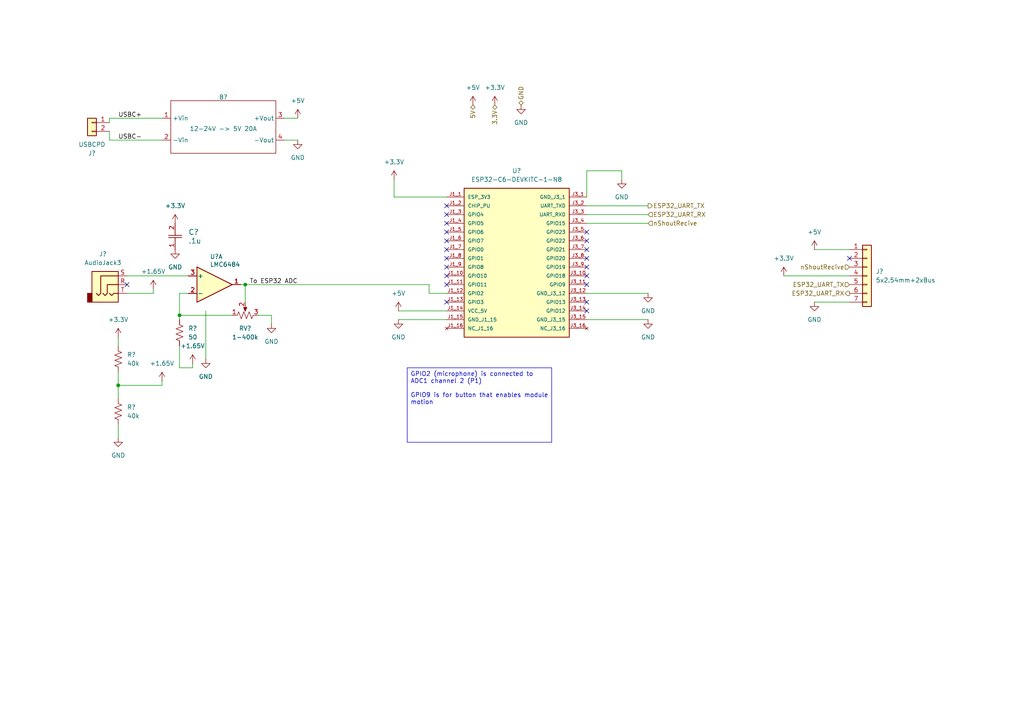
<source format=kicad_sch>
(kicad_sch (version 20250114) (generator "eeschema") (generator_version "9.0")
  (paper "A4")
  (title_block (title "Control Board") (date "2025-11-21") (rev "1") (company "WPI") (comment 1 "ECE 2799 T1") (comment 2 "Rev 1: AAC"))
  (lib_symbols
    (symbol "Amplifier_Operational:LMC6484" (pin_names (offset 0.127))
      (property "Reference" "U" (at 0 5.08 0))
      (property "Value" "LMC6484" (at 0 -5.08 0))
      (symbol "LMC6484_1_1"
        (polyline (pts (xy -5.08 5.08) (xy 5.08 0) (xy -5.08 -5.08) (xy -5.08 5.08)) (stroke (width 0.254)) (fill (type background)))
        (pin input line (at -7.62 2.54 0) (length 2.54) (name "+") (number "3"))
        (pin input line (at -7.62 -2.54 0) (length 2.54) (name "-") (number "2"))
        (pin output line (at 7.62 0 180) (length 2.54) (name "~") (number "1"))
      )
      (symbol "LMC6484_2_1"
        (polyline (pts (xy -5.08 5.08) (xy 5.08 0) (xy -5.08 -5.08) (xy -5.08 5.08)) (stroke (width 0.254)) (fill (type background)))
        (pin input line (at -7.62 2.54 0) (length 2.54) (name "+") (number "5"))
        (pin input line (at -7.62 -2.54 0) (length 2.54) (name "-") (number "6"))
        (pin output line (at 7.62 0 180) (length 2.54) (name "~") (number "7"))
      )
      (symbol "LMC6484_3_1"
        (polyline (pts (xy -5.08 5.08) (xy 5.08 0) (xy -5.08 -5.08) (xy -5.08 5.08)) (stroke (width 0.254)) (fill (type background)))
        (pin input line (at -7.62 2.54 0) (length 2.54) (name "+") (number "10"))
        (pin input line (at -7.62 -2.54 0) (length 2.54) (name "-") (number "9"))
        (pin output line (at 7.62 0 180) (length 2.54) (name "~") (number "8"))
      )
      (symbol "LMC6484_4_1"
        (polyline (pts (xy -5.08 5.08) (xy 5.08 0) (xy -5.08 -5.08) (xy -5.08 5.08)) (stroke (width 0.254)) (fill (type background)))
        (pin input line (at -7.62 2.54 0) (length 2.54) (name "+") (number "12"))
        (pin input line (at -7.62 -2.54 0) (length 2.54) (name "-") (number "13"))
        (pin output line (at 7.62 0 180) (length 2.54) (name "~") (number "14"))
      )
      (symbol "LMC6484_5_1"
        (pin power_in line (at -2.54 7.62 270) (length 3.81) (name "V+") (number "4"))
        (pin power_in line (at -2.54 -7.62 90) (length 3.81) (name "V-") (number "11"))
      )
    )
    (symbol "Connector_Audio:AudioJack3"
      (property "Reference" "J" (at 0 8.89 0))
      (property "Value" "AudioJack3" (at 0 6.35 0))
      (symbol "AudioJack3_0_1"
        (rectangle (start -5.08 -5.08) (end -6.35 -2.54) (stroke (width 0.254)) (fill (type outline)))
        (polyline (pts (xy -1.905 -2.54) (xy -1.27 -3.175) (xy -0.635 -2.54) (xy -0.635 0) (xy 2.54 0)) (stroke (width 0.254)))
        (polyline (pts (xy 0 -2.54) (xy 0.635 -3.175) (xy 1.27 -2.54) (xy 2.54 -2.54)) (stroke (width 0.254)))
        (rectangle (start 2.54 3.81) (end -5.08 -5.08) (stroke (width 0.254)) (fill (type background)))
        (polyline (pts (xy 2.54 2.54) (xy -2.54 2.54) (xy -2.54 -2.54) (xy -3.175 -3.175) (xy -3.81 -2.54)) (stroke (width 0.254)))
      )
      (symbol "AudioJack3_1_1"
        (pin passive line (at 5.08 2.54 180) (length 2.54) (name "~") (number "S"))
        (pin passive line (at 5.08 0 180) (length 2.54) (name "~") (number "R"))
        (pin passive line (at 5.08 -2.54 180) (length 2.54) (name "~") (number "T"))
      )
    )
    (symbol "Connector_Generic:Conn_01x02" (pin_names (offset 1.016) (hide yes))
      (property "Reference" "J" (at 0 2.54 0))
      (property "Value" "Conn_01x02" (at 0 -5.08 0))
      (symbol "Conn_01x02_1_1"
        (rectangle (start -1.27 1.27) (end 1.27 -3.81) (stroke (width 0.254)) (fill (type background)))
        (rectangle (start -1.27 0.127) (end 0 -0.127) (stroke (width 0.1524)))
        (rectangle (start -1.27 -2.413) (end 0 -2.667) (stroke (width 0.1524)))
        (pin passive line (at -5.08 0 0) (length 3.81) (name "Pin_1") (number "1"))
        (pin passive line (at -5.08 -2.54 0) (length 3.81) (name "Pin_2") (number "2"))
      )
    )
    (symbol "Connector_Generic:Conn_01x07" (pin_names (offset 1.016) (hide yes))
      (property "Reference" "J" (at 0 10.16 0))
      (property "Value" "Conn_01x07" (at 0 -10.16 0))
      (symbol "Conn_01x07_1_1"
        (rectangle (start -1.27 8.89) (end 1.27 -8.89) (stroke (width 0.254)) (fill (type background)))
        (rectangle (start -1.27 7.747) (end 0 7.493) (stroke (width 0.1524)))
        (rectangle (start -1.27 5.207) (end 0 4.953) (stroke (width 0.1524)))
        (rectangle (start -1.27 2.667) (end 0 2.413) (stroke (width 0.1524)))
        (rectangle (start -1.27 0.127) (end 0 -0.127) (stroke (width 0.1524)))
        (rectangle (start -1.27 -2.413) (end 0 -2.667) (stroke (width 0.1524)))
        (rectangle (start -1.27 -4.953) (end 0 -5.207) (stroke (width 0.1524)))
        (rectangle (start -1.27 -7.493) (end 0 -7.747) (stroke (width 0.1524)))
        (pin passive line (at -5.08 7.62 0) (length 3.81) (name "Pin_1") (number "1"))
        (pin passive line (at -5.08 5.08 0) (length 3.81) (name "Pin_2") (number "2"))
        (pin passive line (at -5.08 2.54 0) (length 3.81) (name "Pin_3") (number "3"))
        (pin passive line (at -5.08 0 0) (length 3.81) (name "Pin_4") (number "4"))
        (pin passive line (at -5.08 -2.54 0) (length 3.81) (name "Pin_5") (number "5"))
        (pin passive line (at -5.08 -5.08 0) (length 3.81) (name "Pin_6") (number "6"))
        (pin passive line (at -5.08 -7.62 0) (length 3.81) (name "Pin_7") (number "7"))
      )
    )
    (symbol "Device:R_Potentiometer_US" (pin_names (offset 1.016) (hide yes))
      (property "Reference" "RV" (at -4.445 0 90))
      (property "Value" "R_Potentiometer_US" (at -2.54 0 90))
      (symbol "R_Potentiometer_US_0_1"
        (polyline (pts (xy 0 2.54) (xy 0 2.286)))
        (polyline (pts (xy 0 2.286) (xy 1.016 1.905) (xy 0 1.524) (xy -1.016 1.143) (xy 0 0.762)))
        (polyline (pts (xy 0 0.762) (xy 1.016 0.381) (xy 0 0) (xy -1.016 -0.381) (xy 0 -0.762)))
        (polyline (pts (xy 0 -0.762) (xy 1.016 -1.143) (xy 0 -1.524) (xy -1.016 -1.905) (xy 0 -2.286)))
        (polyline (pts (xy 0 -2.286) (xy 0 -2.54)))
        (polyline (pts (xy 1.143 0) (xy 2.286 0.508) (xy 2.286 -0.508) (xy 1.143 0)) (fill (type outline)))
        (polyline (pts (xy 2.54 0) (xy 1.524 0)))
      )
      (symbol "R_Potentiometer_US_1_1"
        (pin passive line (at 0 3.81 270) (length 1.27) (name "1") (number "1"))
        (pin passive line (at 0 -3.81 90) (length 1.27) (name "3") (number "3"))
        (pin passive line (at 3.81 0 180) (length 1.27) (name "2") (number "2"))
      )
    )
    (symbol "Device:R_US" (pin_numbers (hide yes)) (pin_names (offset 0))
      (property "Reference" "R" (at 2.54 0 90))
      (property "Value" "R_US" (at -2.54 0 90))
      (symbol "R_US_0_1"
        (polyline (pts (xy 0 2.286) (xy 0 2.54)))
        (polyline (pts (xy 0 2.286) (xy 1.016 1.905) (xy 0 1.524) (xy -1.016 1.143) (xy 0 0.762)))
        (polyline (pts (xy 0 0.762) (xy 1.016 0.381) (xy 0 0) (xy -1.016 -0.381) (xy 0 -0.762)))
        (polyline (pts (xy 0 -0.762) (xy 1.016 -1.143) (xy 0 -1.524) (xy -1.016 -1.905) (xy 0 -2.286)))
        (polyline (pts (xy 0 -2.286) (xy 0 -2.54)))
      )
      (symbol "R_US_1_1"
        (pin passive line (at 0 3.81 270) (length 1.27) (name "~") (number "1"))
        (pin passive line (at 0 -3.81 90) (length 1.27) (name "~") (number "2"))
      )
    )
    (symbol "power:+3.3V" (power) (pin_numbers (hide yes)) (pin_names (offset 0) (hide yes))
      (property "Value" "+3.3V" (at 0 3.556 0))
      (symbol "+3.3V_0_1"
        (polyline (pts (xy -0.762 1.27) (xy 0 2.54)))
        (polyline (pts (xy 0 2.54) (xy 0.762 1.27)))
        (polyline (pts (xy 0 0) (xy 0 2.54)))
      )
      (symbol "+3.3V_1_1"
        (pin power_in line (at 0 0 90) (length 0) (name "~") (number "1"))
      )
    )
    (symbol "power:+5V" (power) (pin_numbers (hide yes)) (pin_names (offset 0) (hide yes))
      (property "Value" "+5V" (at 0 3.556 0))
      (symbol "+5V_0_1"
        (polyline (pts (xy -0.762 1.27) (xy 0 2.54)))
        (polyline (pts (xy 0 2.54) (xy 0.762 1.27)))
        (polyline (pts (xy 0 0) (xy 0 2.54)))
      )
      (symbol "+5V_1_1"
        (pin power_in line (at 0 0 90) (length 0) (name "~") (number "1"))
      )
    )
    (symbol "power:GND" (power) (pin_numbers (hide yes)) (pin_names (offset 0) (hide yes))
      (property "Value" "GND" (at 0 -3.81 0))
      (symbol "GND_0_1"
        (polyline (pts (xy 0 0) (xy 0 -1.27) (xy 1.27 -1.27) (xy 0 -2.54) (xy -1.27 -1.27) (xy 0 -1.27)))
      )
      (symbol "GND_1_1"
        (pin power_in line (at 0 0 270) (length 0) (name "~") (number "1"))
      )
    )
    (symbol "roseActuatorLibrary:Buck"
      (property "Reference" "B" (at 0 0 0))
      (symbol "Buck_0_1"
        (rectangle (start -15.24 7.62) (end 15.24 -7.62))
      )
      (symbol "Buck_1_1"
        (pin input line (at -17.78 2.54 0) (length 2.54) (name "+Vin") (number "1"))
        (pin input line (at -17.78 -3.81 0) (length 2.54) (name "-Vin") (number "2"))
        (pin input line (at 17.78 2.54 180) (length 2.54) (name "+Vout") (number "3"))
        (pin input line (at 17.78 -3.81 180) (length 2.54) (name "-Vout") (number "4"))
      )
    )
    (symbol "roseActuatorLibrary:C0805C104J5RACTU" (pin_names (offset 0.254))
      (property "Reference" "C" (at 3.81 3.81 0))
      (property "Value" "C0805C104J5RACTU" (at 3.81 -3.81 0))
      (symbol "C0805C104J5RACTU_1_1"
        (polyline (pts (xy 2.54 0) (xy 3.4798 0)) (stroke (width 0.2032)))
        (polyline (pts (xy 3.4798 -1.905) (xy 3.4798 1.905)) (stroke (width 0.2032)))
        (polyline (pts (xy 4.1148 0) (xy 5.08 0)) (stroke (width 0.2032)))
        (polyline (pts (xy 4.1148 -1.905) (xy 4.1148 1.905)) (stroke (width 0.2032)))
        (pin unspecified line (at 0 0 0) (length 2.54) (name "") (number "1"))
        (pin unspecified line (at 7.62 0 180) (length 2.54) (name "") (number "2"))
      )
      (symbol "C0805C104J5RACTU_1_2"
        (polyline (pts (xy -1.905 -3.4798) (xy 1.905 -3.4798)) (stroke (width 0.2032)))
        (polyline (pts (xy -1.905 -4.1148) (xy 1.905 -4.1148)) (stroke (width 0.2032)))
        (polyline (pts (xy 0 -2.54) (xy 0 -3.4798)) (stroke (width 0.2032)))
        (polyline (pts (xy 0 -4.1148) (xy 0 -5.08)) (stroke (width 0.2032)))
        (pin unspecified line (at 0 0 270) (length 2.54) (name "") (number "1"))
        (pin unspecified line (at 0 -7.62 90) (length 2.54) (name "") (number "2"))
      )
    )
    (symbol "roseActuatorLibrary:ESP32-C6-DEVKITC-1-N8" (pin_names (offset 1.016))
      (property "Reference" "U" (at -15.24 23.622 0))
      (property "Value" "ESP32-C6-DEVKITC-1-N8" (at -15.24 -22.86 0))
      (symbol "ESP32-C6-DEVKITC-1-N8_0_0"
        (rectangle (start -15.24 -20.32) (end 15.24 22.86) (stroke (width 0.254)) (fill (type background)))
        (pin power_in line (at -20.32 20.32 0) (length 5.08) (name "ESP_3V3") (number "J1_1"))
        (pin input line (at -20.32 17.78 0) (length 5.08) (name "CHIP_PU") (number "J1_2"))
        (pin bidirectional line (at -20.32 15.24 0) (length 5.08) (name "GPIO4") (number "J1_3"))
        (pin bidirectional line (at -20.32 12.7 0) (length 5.08) (name "GPIO5") (number "J1_4"))
        (pin bidirectional line (at -20.32 10.16 0) (length 5.08) (name "GPIO6") (number "J1_5"))
        (pin bidirectional line (at -20.32 7.62 0) (length 5.08) (name "GPIO7") (number "J1_6"))
        (pin bidirectional line (at -20.32 5.08 0) (length 5.08) (name "GPIO0") (number "J1_7"))
        (pin bidirectional line (at -20.32 2.54 0) (length 5.08) (name "GPIO1") (number "J1_8"))
        (pin bidirectional line (at -20.32 0 0) (length 5.08) (name "GPIO8") (number "J1_9"))
        (pin bidirectional line (at -20.32 -2.54 0) (length 5.08) (name "GPIO10") (number "J1_10"))
        (pin bidirectional line (at -20.32 -5.08 0) (length 5.08) (name "GPIO11") (number "J1_11"))
        (pin bidirectional line (at -20.32 -7.62 0) (length 5.08) (name "GPIO2") (number "J1_12"))
        (pin bidirectional line (at -20.32 -10.16 0) (length 5.08) (name "GPIO3") (number "J1_13"))
        (pin power_in line (at -20.32 -12.7 0) (length 5.08) (name "VCC_5V") (number "J1_14"))
        (pin power_in line (at -20.32 -15.24 0) (length 5.08) (name "GND_J1_15") (number "J1_15"))
        (pin no_connect line (at -20.32 -17.78 0) (length 5.08) (name "NC_J1_16") (number "J1_16"))
        (pin power_in line (at 20.32 20.32 180) (length 5.08) (name "GND_J3_1") (number "J3_1"))
        (pin bidirectional line (at 20.32 17.78 180) (length 5.08) (name "UART_TXD") (number "J3_2"))
        (pin bidirectional line (at 20.32 15.24 180) (length 5.08) (name "UART_RXD") (number "J3_3"))
        (pin bidirectional line (at 20.32 12.7 180) (length 5.08) (name "GPIO15") (number "J3_4"))
        (pin bidirectional line (at 20.32 10.16 180) (length 5.08) (name "GPIO23") (number "J3_5"))
        (pin bidirectional line (at 20.32 7.62 180) (length 5.08) (name "GPIO22") (number "J3_6"))
        (pin bidirectional line (at 20.32 5.08 180) (length 5.08) (name "GPIO21") (number "J3_7"))
        (pin bidirectional line (at 20.32 2.54 180) (length 5.08) (name "GPIO20") (number "J3_8"))
        (pin bidirectional line (at 20.32 0 180) (length 5.08) (name "GPIO19") (number "J3_9"))
        (pin bidirectional line (at 20.32 -2.54 180) (length 5.08) (name "GPIO18") (number "J3_10"))
        (pin bidirectional line (at 20.32 -5.08 180) (length 5.08) (name "GPIO9") (number "J3_11"))
        (pin power_in line (at 20.32 -7.62 180) (length 5.08) (name "GND_J3_12") (number "J3_12"))
        (pin bidirectional line (at 20.32 -10.16 180) (length 5.08) (name "GPIO13") (number "J3_13"))
        (pin bidirectional line (at 20.32 -12.7 180) (length 5.08) (name "GPIO12") (number "J3_14"))
        (pin power_in line (at 20.32 -15.24 180) (length 5.08) (name "GND_J3_15") (number "J3_15"))
        (pin no_connect line (at 20.32 -17.78 180) (length 5.08) (name "NC_J3_16") (number "J3_16"))
      )
    )
  )
  (text_box "GPIO2 (microphone) is connected to ADC1 channel 2 (P1)\n\nGPIO9 is for button that enables module motion" (at 118.11 106.68 0) (size 41.91 21.59) (margins 0.9525 0.9525 0.9525 0.9525) (effects (font (size 1.27 1.27)) (justify left top)))
  (junction (at 52.07 91.44))
  (junction (at 71.12 82.55))
  (junction (at 34.29 111.76))
  (no_connect (at 129.54 62.23))
  (no_connect (at 129.54 87.63))
  (no_connect (at 246.38 74.93))
  (no_connect (at 129.54 69.85))
  (no_connect (at 170.18 67.31))
  (no_connect (at 129.54 59.69))
  (no_connect (at 129.54 64.77))
  (no_connect (at 129.54 67.31))
  (no_connect (at 170.18 90.17))
  (no_connect (at 129.54 77.47))
  (no_connect (at 170.18 80.01))
  (no_connect (at 170.18 72.39))
  (no_connect (at 129.54 80.01))
  (no_connect (at 129.54 82.55))
  (no_connect (at 170.18 77.47))
  (no_connect (at 170.18 74.93))
  (no_connect (at 170.18 87.63))
  (no_connect (at 170.18 69.85))
  (no_connect (at 129.54 72.39))
  (no_connect (at 36.83 82.55))
  (no_connect (at 129.54 74.93))
  (no_connect (at 170.18 82.55))
  (wire (pts (xy 170.18 59.69) (xy 187.96 59.69)))
  (wire (pts (xy 31.75 40.64) (xy 46.99 40.64)))
  (wire (pts (xy 34.29 123.19) (xy 34.29 127)))
  (wire (pts (xy 34.29 111.76) (xy 34.29 115.57)))
  (wire (pts (xy 31.75 38.1) (xy 31.75 40.64)))
  (wire (pts (xy 52.07 85.09) (xy 54.61 85.09)))
  (wire (pts (xy 129.54 85.09) (xy 124.46 85.09)))
  (wire (pts (xy 129.54 57.15) (xy 114.3 57.15)))
  (wire (pts (xy 170.18 57.15) (xy 170.18 49.53)))
  (wire (pts (xy 36.83 80.01) (xy 54.61 80.01)))
  (wire (pts (xy 31.75 34.29) (xy 31.75 35.56)))
  (wire (pts (xy 236.22 87.63) (xy 246.38 87.63)))
  (wire (pts (xy 115.57 90.17) (xy 129.54 90.17)))
  (wire (pts (xy 36.83 85.09) (xy 44.45 85.09)))
  (wire (pts (xy 46.99 110.49) (xy 46.99 111.76)))
  (wire (pts (xy 52.07 91.44) (xy 67.31 91.44)))
  (wire (pts (xy 170.18 92.71) (xy 187.96 92.71)))
  (wire (pts (xy 170.18 64.77) (xy 187.96 64.77)))
  (wire (pts (xy 55.88 106.68) (xy 55.88 105.41)))
  (wire (pts (xy 170.18 49.53) (xy 180.34 49.53)))
  (wire (pts (xy 86.36 40.64) (xy 82.55 40.64)))
  (wire (pts (xy 71.12 82.55) (xy 124.46 82.55)))
  (wire (pts (xy 34.29 97.79) (xy 34.29 100.33)))
  (wire (pts (xy 52.07 85.09) (xy 52.07 91.44)))
  (wire (pts (xy 86.36 34.29) (xy 82.55 34.29)))
  (wire (pts (xy 170.18 62.23) (xy 187.96 62.23)))
  (wire (pts (xy 74.93 91.44) (xy 78.74 91.44)))
  (wire (pts (xy 71.12 82.55) (xy 71.12 87.63)))
  (wire (pts (xy 227.33 80.01) (xy 246.38 80.01)))
  (wire (pts (xy 114.3 57.15) (xy 114.3 52.07)))
  (wire (pts (xy 124.46 82.55) (xy 124.46 85.09)))
  (wire (pts (xy 59.69 90.17) (xy 59.69 104.14)))
  (wire (pts (xy 34.29 107.95) (xy 34.29 111.76)))
  (wire (pts (xy 52.07 106.68) (xy 55.88 106.68)))
  (wire (pts (xy 46.99 34.29) (xy 31.75 34.29)))
  (wire (pts (xy 236.22 72.39) (xy 246.38 72.39)))
  (wire (pts (xy 69.85 82.55) (xy 71.12 82.55)))
  (wire (pts (xy 44.45 85.09) (xy 44.45 83.82)))
  (wire (pts (xy 115.57 92.71) (xy 129.54 92.71)))
  (wire (pts (xy 34.29 111.76) (xy 46.99 111.76)))
  (wire (pts (xy 180.34 49.53) (xy 180.34 52.07)))
  (wire (pts (xy 52.07 91.44) (xy 52.07 92.71)))
  (wire (pts (xy 52.07 100.33) (xy 52.07 106.68)))
  (wire (pts (xy 170.18 85.09) (xy 187.96 85.09)))
  (wire (pts (xy 78.74 91.44) (xy 78.74 93.98)))
  (label "USBC+" (at 34.29 34.29 0))
  (label "USBC-" (at 34.29 40.64 0))
  (label "To ESP32 ADC" (at 72.39 82.55 0))
  (hierarchical_label "ESP32_UART_RX" (shape output) (at 246.38 85.09 180))
  (hierarchical_label "ESP32_UART_TX" (shape output) (at 187.96 59.69 0))
  (hierarchical_label "3.3V" (shape bidirectional) (at 143.51 30.48 270))
  (hierarchical_label "5V" (shape bidirectional) (at 137.16 30.48 270))
  (hierarchical_label "nShoutRecive" (shape input) (at 187.96 64.77 0))
  (hierarchical_label "ESP32_UART_TX" (shape input) (at 246.38 82.55 180))
  (hierarchical_label "nShoutRecive" (shape input) (at 246.38 77.47 180))
  (hierarchical_label "ESP32_UART_RX" (shape input) (at 187.96 62.23 0))
  (hierarchical_label "GND" (shape bidirectional) (at 151.13 30.48 90))
  (symbol (lib_id "power:+3.3V") (at 46.99 110.49 0) (unit 1)
    (property "Reference" "#PWR?" (effects (hide yes)))
    (property "Value" "+1.65V" (at 46.99 105.41 0))
    (property "Description" "Power symbol creates a global label with name \"+3.3V\"" (effects (hide yes)))
  )
  (symbol (lib_id "power:+3.3V") (at 114.3 52.07 0) (unit 1)
    (property "Reference" "#PWR?" (effects (hide yes)))
    (property "Value" "+3.3V" (at 114.3 46.99 0))
    (property "Description" "Power symbol creates a global label with name \"+3.3V\"" (effects (hide yes)))
  )
  (symbol (lib_id "power:+3.3V") (at 55.88 105.41 0) (unit 1)
    (property "Reference" "#PWR?" (effects (hide yes)))
    (property "Value" "+1.65V" (at 55.88 100.33 0))
    (property "Description" "Power symbol creates a global label with name \"+3.3V\"" (effects (hide yes)))
  )
  (symbol (lib_id "power:+5V") (at 115.57 90.17 0) (unit 1)
    (property "Reference" "#PWR?" (effects (hide yes)))
    (property "Value" "+5V" (at 115.57 85.09 0))
    (property "Description" "Power symbol creates a global label with name \"+5V\"" (effects (hide yes)))
  )
  (symbol (lib_id "Connector_Audio:AudioJack3") (at 31.75 82.55 0) (unit 1)
    (property "Reference" "J?" (at 29.845 73.66 0))
    (property "Value" "AudioJack3" (at 29.845 76.2 0))
    (property "Description" "Audio Jack, 3 Poles (Stereo / TRS)" (effects (hide yes)))
  )
  (symbol (lib_id "roseActuatorLibrary:Buck") (at 64.77 36.83 0) (unit 1)
    (property "Reference" "B?" (at 64.77 28.194 0))
    (property "Value" "12-24V -> 5V 20A" (at 64.77 37.338 0))
  )
  (symbol (lib_id "power:GND") (at 115.57 92.71 0) (unit 1)
    (property "Reference" "#PWR?" (effects (hide yes)))
    (property "Value" "GND" (at 115.57 97.79 0))
    (property "Description" "Power symbol creates a global label with name \"GND\" , ground" (effects (hide yes)))
  )
  (symbol (lib_id "Amplifier_Operational:LMC6484") (at 62.23 82.55 0) (unit 1)
    (property "Reference" "U?" (at 62.738 74.422 0))
    (property "Value" "LMC6484" (effects (hide yes)))
    (property "Footprint" "Rose Actuator Library:DIP254P762X508-14" (effects (hide yes)))
    (property "Datasheet" "http://www.ti.com/lit/ds/symlink/lmc6484.pdf" (effects (hide yes)))
    (property "Description" "Quad CMOS Rail-to-Rail Input and Output Operational Amplifier, DIP-14/SOIC-14" (effects (hide yes)))
  )
  (symbol (lib_id "power:+3.3V") (at 143.51 30.48 0) (unit 1)
    (property "Reference" "#PWR?" (effects (hide yes)))
    (property "Value" "+3.3V" (at 143.51 25.4 0))
    (property "Description" "Power symbol creates a global label with name \"+3.3V\"" (effects (hide yes)))
  )
  (symbol (lib_id "Device:R_US") (at 34.29 119.38 0) (unit 1)
    (property "Reference" "R?" (at 36.83 118.1099 0) (effects (justify left)))
    (property "Value" "40k" (at 36.83 120.6499 0) (effects (justify left)))
    (property "Description" "Resistor, US symbol" (effects (hide yes)))
  )
  (symbol (lib_id "power:GND") (at 86.36 40.64 0) (unit 1)
    (property "Reference" "#PWR?" (effects (hide yes)))
    (property "Value" "GND" (at 86.36 45.72 0))
    (property "Description" "Power symbol creates a global label with name \"GND\" , ground" (effects (hide yes)))
  )
  (symbol (lib_id "power:GND") (at 151.13 30.48 0) (unit 1)
    (property "Reference" "#PWR?" (effects (hide yes)))
    (property "Value" "GND" (at 151.13 35.56 0))
    (property "Description" "Power symbol creates a global label with name \"GND\" , ground" (effects (hide yes)))
  )
  (symbol (lib_id "Connector_Generic:Conn_01x02") (at 26.67 35.56 0) (mirror y) (unit 1)
    (property "Reference" "J?" (at 26.67 44.45 0))
    (property "Value" "USBCPD" (at 26.67 41.91 0))
    (property "Description" "Generic connector, single row, 01x02, script generated (kicad-library-utils/schlib/autogen/connector/)" (effects (hide yes)))
  )
  (symbol (lib_id "Amplifier_Operational:LMC6484") (at 62.23 82.55 0) (unit 1)
    (property "Reference" "U?" (effects (hide yes)))
    (property "Value" "LMC6484" (at 65.278 76.708 0))
    (property "Footprint" "Rose Actuator Library:DIP254P762X508-14" (effects (hide yes)))
    (property "Datasheet" "http://www.ti.com/lit/ds/symlink/lmc6484.pdf" (effects (hide yes)))
    (property "Description" "Quad CMOS Rail-to-Rail Input and Output Operational Amplifier, DIP-14/SOIC-14" (effects (hide yes)))
  )
  (symbol (lib_id "power:+5V") (at 86.36 34.29 0) (unit 1)
    (property "Reference" "#PWR?" (effects (hide yes)))
    (property "Value" "+5V" (at 86.36 29.21 0))
    (property "Description" "Power symbol creates a global label with name \"+5V\"" (effects (hide yes)))
  )
  (symbol (lib_id "power:+5V") (at 236.22 72.39 0) (unit 1)
    (property "Reference" "#PWR?" (effects (hide yes)))
    (property "Value" "+5V" (at 236.22 67.31 0))
    (property "Description" "Power symbol creates a global label with name \"+5V\"" (effects (hide yes)))
  )
  (symbol (lib_id "roseActuatorLibrary:ESP32-C6-DEVKITC-1-N8") (at 149.86 77.47 0) (unit 1)
    (property "Reference" "U?" (at 149.86 49.53 0))
    (property "Value" "ESP32-C6-DEVKITC-1-N8" (at 149.86 52.07 0))
    (property "Footprint" "Rose Actuator Library:MODULE_ESP32-C6-DEVKITC-1-N8" (effects (hide yes)))
    (property "PARTREV" "1.3" (effects (hide yes)))
    (property "STANDARD" "Manufacturer Recommendations" (effects (hide yes)))
    (property "MANUFACTURER" "Espressif Systems" (effects (hide yes)))
  )
  (symbol (lib_id "power:GND") (at 187.96 92.71 0) (unit 1)
    (property "Reference" "#PWR?" (effects (hide yes)))
    (property "Value" "GND" (at 187.96 97.79 0))
    (property "Description" "Power symbol creates a global label with name \"GND\" , ground" (effects (hide yes)))
  )
  (symbol (lib_id "power:GND") (at 50.8 72.39 0) (unit 1)
    (property "Reference" "#PWR?" (effects (hide yes)))
    (property "Value" "GND" (at 50.8 77.47 0))
    (property "Description" "Power symbol creates a global label with name \"GND\" , ground" (effects (hide yes)))
  )
  (symbol (lib_id "power:+3.3V") (at 44.45 83.82 0) (unit 1)
    (property "Reference" "#PWR?" (effects (hide yes)))
    (property "Value" "+1.65V" (at 44.45 78.74 0))
    (property "Description" "Power symbol creates a global label with name \"+3.3V\"" (effects (hide yes)))
  )
  (symbol (lib_id "power:GND") (at 34.29 127 0) (unit 1)
    (property "Reference" "#PWR?" (effects (hide yes)))
    (property "Value" "GND" (at 34.29 132.08 0))
    (property "Description" "Power symbol creates a global label with name \"GND\" , ground" (effects (hide yes)))
  )
  (symbol (lib_id "power:+3.3V") (at 227.33 80.01 0) (unit 1)
    (property "Reference" "#PWR?" (effects (hide yes)))
    (property "Value" "+3.3V" (at 227.33 74.93 0))
    (property "Description" "Power symbol creates a global label with name \"+3.3V\"" (effects (hide yes)))
  )
  (symbol (lib_id "power:+3.3V") (at 50.8 64.77 0) (unit 1)
    (property "Reference" "#PWR?" (effects (hide yes)))
    (property "Value" "+3.3V" (at 50.8 59.69 0))
    (property "Description" "Power symbol creates a global label with name \"+3.3V\"" (effects (hide yes)))
  )
  (symbol (lib_id "power:GND") (at 236.22 87.63 0) (unit 1)
    (property "Reference" "#PWR?" (effects (hide yes)))
    (property "Value" "GND" (at 236.22 92.71 0))
    (property "Description" "Power symbol creates a global label with name \"GND\" , ground" (effects (hide yes)))
  )
  (symbol (lib_id "Device:R_Potentiometer_US") (at 71.12 91.44 90) (unit 1)
    (property "Reference" "RV?" (at 71.12 95.25 90))
    (property "Value" "1-400k" (at 71.12 97.79 90))
    (property "Description" "Potentiometer, US symbol" (effects (hide yes)))
  )
  (symbol (lib_id "power:GND") (at 180.34 52.07 0) (unit 1)
    (property "Reference" "#PWR?" (effects (hide yes)))
    (property "Value" "GND" (at 180.34 57.15 0))
    (property "Description" "Power symbol creates a global label with name \"GND\" , ground" (effects (hide yes)))
  )
  (symbol (lib_id "power:+5V") (at 137.16 30.48 0) (unit 1)
    (property "Reference" "#PWR?" (effects (hide yes)))
    (property "Value" "+5V" (at 137.16 25.4 0))
    (property "Description" "Power symbol creates a global label with name \"+5V\"" (effects (hide yes)))
  )
  (symbol (lib_id "power:GND") (at 187.96 85.09 0) (unit 1)
    (property "Reference" "#PWR?" (effects (hide yes)))
    (property "Value" "GND" (at 187.96 90.17 0))
    (property "Description" "Power symbol creates a global label with name \"GND\" , ground" (effects (hide yes)))
  )
  (symbol (lib_id "roseActuatorLibrary:C0805C104J5RACTU") (at 50.8 72.39 90) (unit 1)
    (property "Reference" "C?" (at 54.61 67.3099 90) (effects (font (size 1.524 1.524)) (justify right)))
    (property "Value" ".1u" (at 54.61 69.8499 90) (effects (font (size 1.524 1.524)) (justify right)))
    (property "Footprint" "Capacitor_SMD:C_0805_2012Metric_Pad1.18x1.45mm_HandSolder" (effects (hide yes)))
    (property "Datasheet" "https://content.kemet.com/datasheets/KEM_C1002_X7R_SMD.pdf" (effects (hide yes)))
  )
  (symbol (lib_id "power:GND") (at 59.69 104.14 0) (unit 1)
    (property "Reference" "#PWR?" (effects (hide yes)))
    (property "Value" "GND" (at 59.69 109.22 0))
    (property "Description" "Power symbol creates a global label with name \"GND\" , ground" (effects (hide yes)))
  )
  (symbol (lib_id "Device:R_US") (at 52.07 96.52 0) (unit 1)
    (property "Reference" "R?" (at 54.61 95.2499 0) (effects (justify left)))
    (property "Value" "50" (at 54.61 97.7899 0) (effects (justify left)))
    (property "Footprint" "Resistor_SMD:R_1206_3216Metric_Pad1.30x1.75mm_HandSolder" (effects (hide yes)))
    (property "Description" "Resistor, US symbol" (effects (hide yes)))
  )
  (symbol (lib_id "power:+3.3V") (at 34.29 97.79 0) (unit 1)
    (property "Reference" "#PWR?" (effects (hide yes)))
    (property "Value" "+3.3V" (at 34.29 92.71 0))
    (property "Description" "Power symbol creates a global label with name \"+3.3V\"" (effects (hide yes)))
  )
  (symbol (lib_id "Device:R_US") (at 34.29 104.14 0) (unit 1)
    (property "Reference" "R?" (at 36.83 102.8699 0) (effects (justify left)))
    (property "Value" "40k" (at 36.83 105.4099 0) (effects (justify left)))
    (property "Description" "Resistor, US symbol" (effects (hide yes)))
  )
  (symbol (lib_id "power:GND") (at 78.74 93.98 0) (unit 1)
    (property "Reference" "#PWR?" (effects (hide yes)))
    (property "Value" "GND" (at 78.74 99.06 0))
    (property "Description" "Power symbol creates a global label with name \"GND\" , ground" (effects (hide yes)))
  )
  (symbol (lib_id "Connector_Generic:Conn_01x07") (at 251.46 80.01 0) (unit 1)
    (property "Reference" "J?" (at 254 78.7399 0) (effects (justify left)))
    (property "Value" "5x2.54mm+2xBus" (at 254 81.2799 0) (effects (justify left)))
    (property "Footprint" "Rose Actuator Library:InterModuleConnectorMside" (effects (hide yes)))
    (property "Description" "Generic connector, single row, 01x07, script generated (kicad-library-utils/schlib/autogen/connector/)" (effects (hide yes)))
  )
)
</source>
